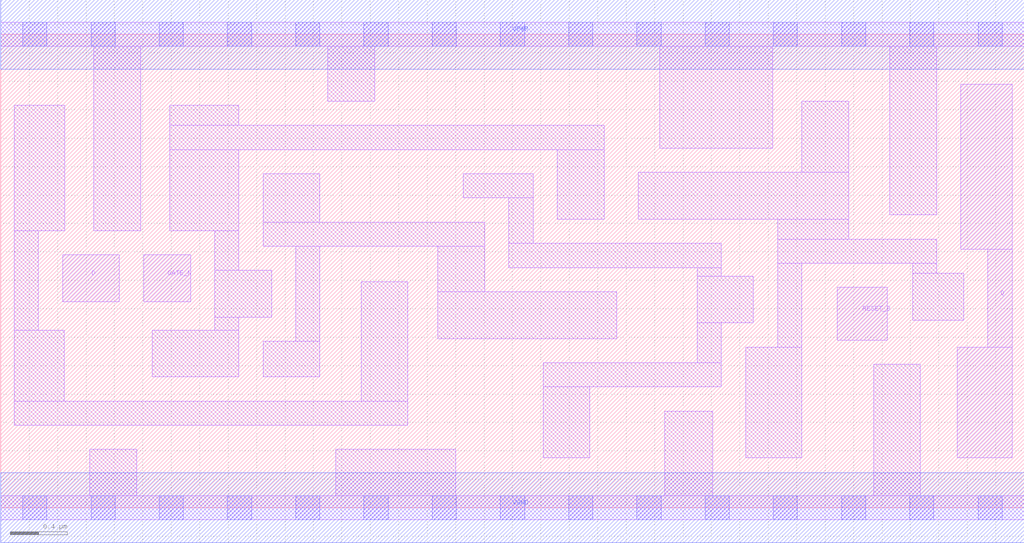
<source format=lef>
# Copyright 2020 The SkyWater PDK Authors
#
# Licensed under the Apache License, Version 2.0 (the "License");
# you may not use this file except in compliance with the License.
# You may obtain a copy of the License at
#
#     https://www.apache.org/licenses/LICENSE-2.0
#
# Unless required by applicable law or agreed to in writing, software
# distributed under the License is distributed on an "AS IS" BASIS,
# WITHOUT WARRANTIES OR CONDITIONS OF ANY KIND, either express or implied.
# See the License for the specific language governing permissions and
# limitations under the License.
#
# SPDX-License-Identifier: Apache-2.0

VERSION 5.5 ;
NAMESCASESENSITIVE ON ;
BUSBITCHARS "[]" ;
DIVIDERCHAR "/" ;
MACRO sky130_fd_sc_ls__dlrtn_1
  CLASS CORE ;
  SOURCE USER ;
  ORIGIN  0.000000  0.000000 ;
  SIZE  7.200000 BY  3.330000 ;
  SYMMETRY X Y ;
  SITE unit ;
  PIN D
    ANTENNAGATEAREA  0.208000 ;
    DIRECTION INPUT ;
    USE SIGNAL ;
    PORT
      LAYER li1 ;
        RECT 0.435000 1.450000 0.835000 1.780000 ;
    END
  END D
  PIN Q
    ANTENNADIFFAREA  0.600500 ;
    DIRECTION OUTPUT ;
    USE SIGNAL ;
    PORT
      LAYER li1 ;
        RECT 6.730000 0.350000 7.115000 1.130000 ;
        RECT 6.755000 1.820000 7.115000 2.980000 ;
        RECT 6.945000 1.130000 7.115000 1.820000 ;
    END
  END Q
  PIN RESET_B
    ANTENNAGATEAREA  0.261000 ;
    DIRECTION INPUT ;
    USE SIGNAL ;
    PORT
      LAYER li1 ;
        RECT 5.885000 1.180000 6.235000 1.550000 ;
    END
  END RESET_B
  PIN GATE_N
    ANTENNAGATEAREA  0.237000 ;
    DIRECTION INPUT ;
    USE CLOCK ;
    PORT
      LAYER li1 ;
        RECT 1.005000 1.450000 1.335000 1.780000 ;
    END
  END GATE_N
  PIN VGND
    DIRECTION INOUT ;
    SHAPE ABUTMENT ;
    USE GROUND ;
    PORT
      LAYER met1 ;
        RECT 0.000000 -0.245000 7.200000 0.245000 ;
    END
  END VGND
  PIN VPWR
    DIRECTION INOUT ;
    SHAPE ABUTMENT ;
    USE POWER ;
    PORT
      LAYER met1 ;
        RECT 0.000000 3.085000 7.200000 3.575000 ;
    END
  END VPWR
  OBS
    LAYER li1 ;
      RECT 0.000000 -0.085000 7.200000 0.085000 ;
      RECT 0.000000  3.245000 7.200000 3.415000 ;
      RECT 0.095000  0.580000 2.865000 0.750000 ;
      RECT 0.095000  0.750000 0.445000 1.250000 ;
      RECT 0.095000  1.250000 0.265000 1.950000 ;
      RECT 0.095000  1.950000 0.450000 2.830000 ;
      RECT 0.625000  0.085000 0.955000 0.410000 ;
      RECT 0.655000  1.950000 0.985000 3.245000 ;
      RECT 1.065000  0.920000 1.675000 1.250000 ;
      RECT 1.190000  1.950000 1.675000 2.520000 ;
      RECT 1.190000  2.520000 4.245000 2.690000 ;
      RECT 1.190000  2.690000 1.675000 2.830000 ;
      RECT 1.505000  1.250000 1.675000 1.340000 ;
      RECT 1.505000  1.340000 1.905000 1.670000 ;
      RECT 1.505000  1.670000 1.675000 1.950000 ;
      RECT 1.845000  0.920000 2.245000 1.170000 ;
      RECT 1.845000  1.840000 3.405000 2.010000 ;
      RECT 1.845000  2.010000 2.245000 2.350000 ;
      RECT 2.075000  1.170000 2.245000 1.840000 ;
      RECT 2.300000  2.860000 2.630000 3.245000 ;
      RECT 2.355000  0.085000 3.200000 0.410000 ;
      RECT 2.535000  0.750000 2.865000 1.590000 ;
      RECT 3.075000  1.190000 4.335000 1.520000 ;
      RECT 3.075000  1.520000 3.405000 1.840000 ;
      RECT 3.255000  2.180000 3.745000 2.350000 ;
      RECT 3.575000  1.690000 5.070000 1.860000 ;
      RECT 3.575000  1.860000 3.745000 2.180000 ;
      RECT 3.815000  0.350000 4.145000 0.850000 ;
      RECT 3.815000  0.850000 5.070000 1.020000 ;
      RECT 3.915000  2.030000 4.245000 2.520000 ;
      RECT 4.485000  2.030000 5.965000 2.360000 ;
      RECT 4.635000  2.530000 5.430000 3.245000 ;
      RECT 4.670000  0.085000 5.010000 0.680000 ;
      RECT 4.900000  1.020000 5.070000 1.300000 ;
      RECT 4.900000  1.300000 5.295000 1.630000 ;
      RECT 4.900000  1.630000 5.070000 1.690000 ;
      RECT 5.240000  0.350000 5.635000 1.130000 ;
      RECT 5.465000  1.130000 5.635000 1.720000 ;
      RECT 5.465000  1.720000 6.585000 1.890000 ;
      RECT 5.465000  1.890000 5.965000 2.030000 ;
      RECT 5.635000  2.360000 5.965000 2.860000 ;
      RECT 6.140000  0.085000 6.470000 1.010000 ;
      RECT 6.255000  2.060000 6.585000 3.245000 ;
      RECT 6.415000  1.320000 6.775000 1.650000 ;
      RECT 6.415000  1.650000 6.585000 1.720000 ;
    LAYER mcon ;
      RECT 0.155000 -0.085000 0.325000 0.085000 ;
      RECT 0.155000  3.245000 0.325000 3.415000 ;
      RECT 0.635000 -0.085000 0.805000 0.085000 ;
      RECT 0.635000  3.245000 0.805000 3.415000 ;
      RECT 1.115000 -0.085000 1.285000 0.085000 ;
      RECT 1.115000  3.245000 1.285000 3.415000 ;
      RECT 1.595000 -0.085000 1.765000 0.085000 ;
      RECT 1.595000  3.245000 1.765000 3.415000 ;
      RECT 2.075000 -0.085000 2.245000 0.085000 ;
      RECT 2.075000  3.245000 2.245000 3.415000 ;
      RECT 2.555000 -0.085000 2.725000 0.085000 ;
      RECT 2.555000  3.245000 2.725000 3.415000 ;
      RECT 3.035000 -0.085000 3.205000 0.085000 ;
      RECT 3.035000  3.245000 3.205000 3.415000 ;
      RECT 3.515000 -0.085000 3.685000 0.085000 ;
      RECT 3.515000  3.245000 3.685000 3.415000 ;
      RECT 3.995000 -0.085000 4.165000 0.085000 ;
      RECT 3.995000  3.245000 4.165000 3.415000 ;
      RECT 4.475000 -0.085000 4.645000 0.085000 ;
      RECT 4.475000  3.245000 4.645000 3.415000 ;
      RECT 4.955000 -0.085000 5.125000 0.085000 ;
      RECT 4.955000  3.245000 5.125000 3.415000 ;
      RECT 5.435000 -0.085000 5.605000 0.085000 ;
      RECT 5.435000  3.245000 5.605000 3.415000 ;
      RECT 5.915000 -0.085000 6.085000 0.085000 ;
      RECT 5.915000  3.245000 6.085000 3.415000 ;
      RECT 6.395000 -0.085000 6.565000 0.085000 ;
      RECT 6.395000  3.245000 6.565000 3.415000 ;
      RECT 6.875000 -0.085000 7.045000 0.085000 ;
      RECT 6.875000  3.245000 7.045000 3.415000 ;
  END
END sky130_fd_sc_ls__dlrtn_1
END LIBRARY

</source>
